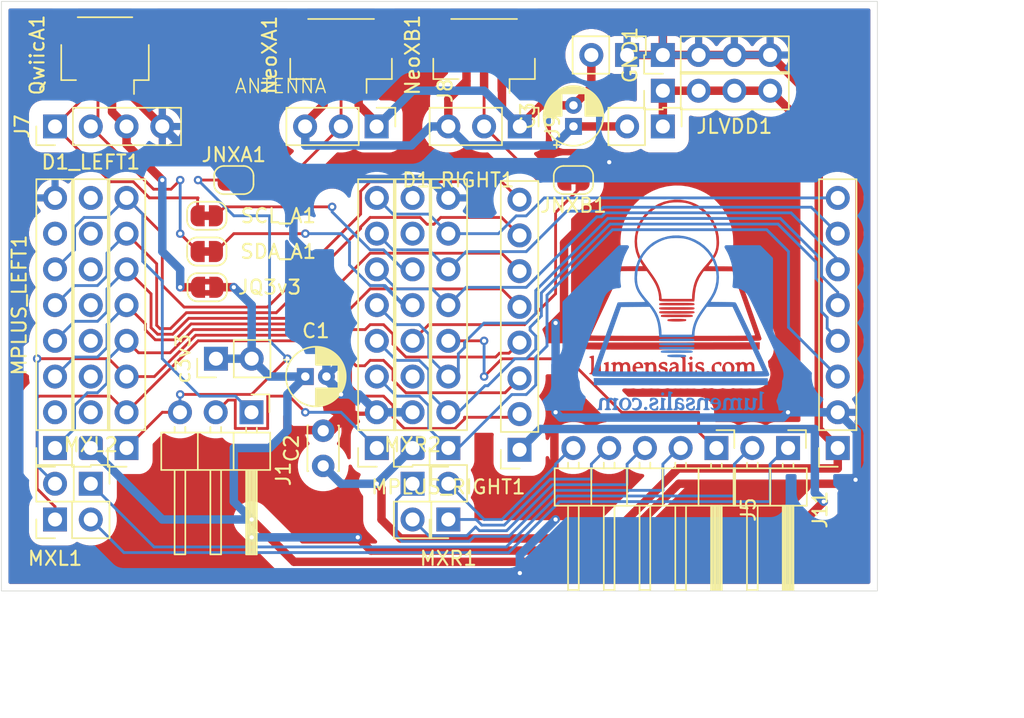
<source format=kicad_pcb>
(kicad_pcb (version 20241229) (generator "pcbnew") (generator_version "9.0")
  (layers (0 "F.Cu" signal) (2 "B.Cu" signal) (13 "F.Paste" user) (15 "B.Paste" user) (5 "F.SilkS" user "F.Silkscreen") (7 "B.SilkS" user "B.Silkscreen") (1 "F.Mask" user) (3 "B.Mask" user) (25 "Edge.Cuts" user))
  (net 0 "")
  (net 1 "D1M_D3")
  (net 2 "D1M_VDD")
  (net 3 "D1M_D1")
  (net 4 "D1M_D2")
  (net 5 "D1M_TX")
  (net 6 "D1M_GND")
  (net 7 "D1M_RX")
  (net 8 "D1M_D4")
  (net 9 "D1M_D5")
  (net 10 "D1M_A0")
  (net 11 "D1M_D7")
  (net 12 "D1M_RST")
  (net 13 "D1M_D8")
  (net 14 "D1M_D0")
  (net 15 "D1M_3V3")
  (net 16 "D1M_D6")
  (net 17 "NXA_DOUT")
  (net 18 "NXB_DOUT")
  (net 19 "QA_SCL")
  (net 20 "QA_SDA")
  (net 21 "LEDVIN")
  (net 22 "LEDGND")
  (net 23 "Qwiic3v3")
  (net 24 "D2M_D3")
  (net 25 "D2M_D1")
  (net 26 "D2M_D2")
  (net 27 "D2M_TX")
  (net 28 "D2M_RX")
  (net 29 "D2M_D4")
  (net 30 "D2M_D5")
  (net 31 "D2M_A0")
  (net 32 "D2M_D7")
  (net 33 "D2M_RST")
  (net 34 "D2M_D8")
  (net 35 "D2M_D0")
  (net 36 "D2M_D6")
  (net 37 "XTRAP5")
  (net 38 "XTRAP4")
  (net 39 "XTRAP6")
  (net 40 "XTRAP7")
  (net 41 "XTRAP2")
  (net 42 "XTRAP3")
  (net 43 "XTRAP1")
  (net 45 "XTRAP8")
  (net 46 "SMX2")
  (net 47 "SMX1")
  (footprint "Capacitor_THT:CP_Radial_D4.0mm_P1.50mm" (layer "F.Cu") (at 147.32 114.3)
    (property "Reference" "C1")
    (property "Value" "1000uF")
  )
  (footprint "Connector_PinSocket_2.54mm:PinSocket_1x08_P2.54mm_Vertical" (layer "F.Cu") (at 162.538777 119.506612 180)
    (property "Reference" "D1B_LEFT1" (hide yes))
    (property "Value" "Conn_01x08" (hide yes))
  )
  (footprint "Connector_PinSocket_2.54mm:PinSocket_1x08_P2.54mm_Vertical" (layer "F.Cu") (at 157.48 119.38 180)
    (property "Reference" "MPLUS_RIGHT1")
    (property "Value" "Conn_01x8" (hide yes))
  )
  (footprint "Jumper:SolderJumper-2_P1.3mm_Bridged_RoundedPad1.0x1.5mm" (layer "F.Cu") (at 166.37 100.33 180)
    (property "Reference" "JNXB1")
    (property "Value" "SolderJumper_2_Bridged" (hide yes))
  )
  (footprint "Lumensalis:LSLogo1" (layer "F.Cu") (at 173.712815 110.986028)
    (property "Reference" "G***" (hide yes))
    (property "Value" "LOGO" (hide yes))
  )
  (footprint "Connector_PinHeader_2.54mm:PinHeader_1x04_P2.54mm_Vertical" (layer "F.Cu") (at 172.72 91.44 90)
    (property "Reference" "GND1")
    (property "Value" "Conn_01x04_Pin" (hide yes))
  )
  (footprint "Connector_PinSocket_2.54mm:PinSocket_1x02_P2.54mm_Vertical" (layer "F.Cu") (at 157.48 124.46 180)
    (property "Reference" "MXR1")
    (property "Value" "Conn_01x02" (hide yes))
  )
  (footprint "Jumper:SolderJumper-2_P1.3mm_Bridged_RoundedPad1.0x1.5mm" (layer "F.Cu") (at 140.32 102.87 180)
    (property "Reference" "SCL_A1")
    (property "Value" "SolderJumper_2_Bridged" (hide yes))
  )
  (footprint "Connector_PinSocket_2.54mm:PinSocket_1x08_P2.54mm_Vertical" (layer "F.Cu") (at 132.08 119.38 180)
    (property "Reference" "D1_LEFT1")
    (property "Value" "Conn_01x08" (hide yes))
  )
  (footprint "Connector_JST:JST_GH_SM03B-GHS-TB_1x03-1MP_P1.25mm_Horizontal" (layer "F.Cu") (at 149.86 91.44 180)
    (property "Reference" "NeoXA1")
    (property "Value" "Conn_01x03_MountingPin" (hide yes))
  )
  (footprint "Connector_PinSocket_2.54mm:PinSocket_1x08_P2.54mm_Vertical" (layer "F.Cu") (at 129.54 119.38 180)
    (property "Reference" "MPLUS_LEFT1")
    (property "Value" "Conn_01x8" (hide yes))
  )
  (footprint "Connector_PinSocket_2.54mm:PinSocket_1x08_P2.54mm_Vertical" (layer "F.Cu") (at 185.144777 119.38 180)
    (property "Reference" "D1B_RIGHT1" (hide yes))
    (property "Value" "Conn_01x08" (hide yes))
  )
  (footprint "Connector_PinSocket_2.54mm:PinSocket_1x02_P2.54mm_Vertical" (layer "F.Cu") (at 132.08 121.92)
    (property "Reference" "MXL2")
    (property "Value" "Conn_01x02")
  )
  (footprint "Connector_PinHeader_2.54mm:PinHeader_1x03_P2.54mm_Vertical" (layer "F.Cu") (at 162.56 96.52 -90)
    (property "Reference" "J9")
    (property "Value" "Conn_01x03" (hide yes))
  )
  (footprint "Connector_PinHeader_2.54mm:PinHeader_1x02_P2.54mm_Vertical" (layer "F.Cu") (at 170.18 91.44 -90)
    (property "Reference" "JLGND1" (hide yes))
    (property "Value" "NPGND" (hide yes))
  )
  (footprint "Connector_PinHeader_2.54mm:PinHeader_1x04_P2.54mm_Vertical" (layer "F.Cu") (at 129.54 96.52 90)
    (property "Reference" "J7")
    (property "Value" "Conn_01x04" (hide yes))
  )
  (footprint "Connector_PinSocket_2.54mm:PinSocket_1x08_P2.54mm_Vertical" (layer "F.Cu") (at 154.94 119.38 180)
    (property "Reference" "D1_RIGHT1")
    (property "Value" "Conn_01x08" (hide yes))
  )
  (footprint "Capacitor_THT:CP_Radial_D4.0mm_P1.50mm" (layer "F.Cu") (at 166.37 96.52 90)
    (property "Reference" "C3")
    (property "Value" "1000uF")
  )
  (footprint "Jumper:SolderJumper-2_P1.3mm_Bridged2Bar_RoundedPad1.0x1.5mm" (layer "F.Cu") (at 140.35 107.95 180)
    (property "Reference" "JQ3v3")
    (property "Value" "SolderJumper_2_Bridged" (hide yes))
  )
  (footprint "Connector_PinSocket_2.54mm:PinSocket_1x08_P2.54mm_Vertical" (layer "F.Cu") (at 152.4 119.38 180)
    (property "Reference" "SMINI_RIGHT1" (hide yes))
    (property "Value" "Conn_01x08" (hide yes))
  )
  (footprint "Jumper:SolderJumper-2_P1.3mm_Bridged_RoundedPad1.0x1.5mm" (layer "F.Cu") (at 142.24 100.33)
    (property "Reference" "JNXA1")
    (property "Value" "SolderJumper_2_Bridged" (hide yes))
  )
  (footprint "Connector_PinHeader_2.54mm:PinHeader_1x05_P2.54mm_Horizontal" (layer "F.Cu") (at 176.525 119.38 -90)
    (property "Reference" "J5")
    (property "Value" "Conn_01x04_Pin")
  )
  (footprint "Capacitor_THT:C_Disc_D3.0mm_W2.0mm_P2.50mm" (layer "F.Cu") (at 148.59 120.65 90)
    (property "Reference" "C2")
    (property "Value" "2.2uF")
  )
  (footprint "Connector_PinHeader_2.54mm:PinHeader_1x02_P2.54mm_Vertical" (layer "F.Cu") (at 172.72 96.52 -90)
    (property "Reference" "JLVDD1")
    (property "Value" "NPV+" (hide yes))
  )
  (footprint "Connector_PinHeader_2.54mm:PinHeader_1x02_P2.54mm_Vertical" (layer "F.Cu") (at 140.97 113.03 90)
    (property "Reference" "c3v3")
    (property "Value" "Conn_01x04_Pin" (hide yes))
  )
  (footprint "Jumper:SolderJumper-2_P1.3mm_Bridged_RoundedPad1.0x1.5mm" (layer "F.Cu") (at 140.32 105.41 180)
    (property "Reference" "SDA_A1")
    (property "Value" "SolderJumper_2_Bridged" (hide yes))
  )
  (footprint "Connector_PinHeader_2.54mm:PinHeader_1x02_P2.54mm_Horizontal" (layer "F.Cu") (at 181.615 119.38 -90)
    (property "Reference" "J11")
    (property "Value" "Conn_01x02")
  )
  (footprint "Connector_JST:JST_SH_SM04B-SRSS-TB_1x04-1MP_P1.00mm_Horizontal" (layer "F.Cu") (at 133.09 91.44 180)
    (property "Reference" "QwiicA1")
    (property "Value" "Conn_01x04_MountingPin" (hide yes))
  )
  (footprint "Connector_PinSocket_2.54mm:PinSocket_1x08_P2.54mm_Vertical" (layer "F.Cu") (at 134.62 119.38 180)
    (property "Reference" "SMINI_LEFT1" (hide yes))
    (property "Value" "Conn_01x08" (hide yes))
  )
  (footprint "Connector_PinHeader_2.54mm:PinHeader_1x03_P2.54mm_Vertical" (layer "F.Cu") (at 152.385 96.52 -90)
    (property "Reference" "J8")
    (property "Value" "Conn_01x03" (hide yes))
  )
  (footprint "Connector_PinSocket_2.54mm:PinSocket_1x02_P2.54mm_Vertical" (layer "F.Cu") (at 129.54 124.46 180)
    (property "Reference" "MXL1")
    (property "Value" "Conn_01x02" (hide yes))
  )
  (footprint "Connector_PinSocket_2.54mm:PinSocket_1x02_P2.54mm_Vertical" (layer "F.Cu") (at 154.94 121.92)
    (property "Reference" "MXR2")
    (property "Value" "Conn_01x02" (hide yes))
  )
  (footprint "Connector_JST:JST_GH_SM03B-GHS-TB_1x03-1MP_P1.25mm_Horizontal" (layer "F.Cu") (at 160.02 91.44 180)
    (property "Reference" "NeoXB1")
    (property "Value" "Conn_01x03_MountingPin" (hide yes))
  )
  (footprint "Connector_PinHeader_2.54mm:PinHeader_1x03_P2.54mm_Horizontal" (layer "F.Cu") (at 143.495 116.84 -90)
    (property "Reference" "J1")
    (property "Value" "Conn_01x03")
  )
  (footprint "Connector_PinHeader_2.54mm:PinHeader_1x04_P2.54mm_Vertical" (layer "F.Cu") (at 172.72 93.98 90)
    (property "Reference" "5V1" (hide yes))
    (property "Value" "Conn_01x04_Pin" (hide yes))
  )
  (footprint "Lumensalis:LSLogo1" (layer "B.Cu") (at 173.705543 113.526028 180)
    (property "Reference" "G***" (hide yes))
    (property "Value" "LOGO" (hide yes))
  )
  (gr_rect (start 125.73 87.63) (end 187.96 129.54) (stroke (width 0.05)) (fill no) (layer "Edge.Cuts"))
  (gr_text "ANTENNA\n" (at 142.24 94.238172 0) (layer "F.SilkS") (effects (font (size 1 1) (thickness 0.1)) (justify left bottom)))
  (segment (start 156.091 110.609) (end 162.904149 110.609) (width 0.2) (layer "F.Cu") (net 1))
  (segment (start 162.904149 110.609) (end 165.1 108.413149) (width 0.2) (layer "F.Cu") (net 1))
  (segment (start 165.1 102.632752) (end 167.02 100.712752) (width 0.2) (layer "F.Cu") (net 1))
  (segment (start 165.1 108.413149) (end 165.1 102.632752) (width 0.2) (layer "F.Cu") (net 1))
  (segment (start 154.94 111.76) (end 156.091 110.609) (width 0.2) (layer "F.Cu") (net 1))
  (segment (start 168.829 125.811) (end 173.81 120.83) (width 0.6) (layer "F.Cu") (net 2))
  (segment (start 152.730637 122.250637) (end 152.730637 124.46) (width 0.6) (layer "F.Cu") (net 2))
  (segment (start 152.4 121.92) (end 152.730637 122.250637) (width 0.6) (layer "F.Cu") (net 2))
  (segment (start 185.144777 119.38) (end 183.793777 118.029) (width 0.6) (layer "F.Cu") (net 2))
  (segment (start 154.081637 125.811) (end 168.829 125.811) (width 0.6) (layer "F.Cu") (net 2))
  (segment (start 185.144777 120.83) (end 185.144777 119.38) (width 0.6) (layer "F.Cu") (net 2))
  (segment (start 173.81 120.83) (end 185.144777 120.83) (width 0.6) (layer "F.Cu") (net 2))
  (segment (start 183.793777 118.029) (end 183.793777 97.433777) (width 0.6) (layer "F.Cu") (net 2))
  (segment (start 183.793777 97.433777) (end 180.34 93.98) (width 0.6) (layer "F.Cu") (net 2))
  (segment (start 177.8 93.98) (end 180.34 93.98) (width 0.6) (layer "F.Cu") (net 2))
  (segment (start 175.26 93.98) (end 177.8 93.98) (width 0.6) (layer "F.Cu") (net 2))
  (segment (start 172.72 96.52) (end 172.72 93.98) (width 0.6) (layer "F.Cu") (net 2))
  (segment (start 152.730637 124.46) (end 154.081637 125.811) (width 0.6) (layer "F.Cu") (net 2))
  (segment (start 172.72 93.98) (end 175.26 93.98) (width 0.6) (layer "F.Cu") (net 2))
  (via (at 152.4 121.92) (size 0.6) (drill 0.3) (layers "F.Cu" "B.Cu") (net 2))
  (segment (start 149.86 121.92) (end 152.4 121.92) (width 0.6) (layer "B.Cu") (net 2))
  (segment (start 148.59 120.65) (end 149.86 121.92) (width 0.6) (layer "B.Cu") (net 2))
  (segment (start 154.94 119.38) (end 152.4 121.92) (width 0.6) (layer "B.Cu") (net 2))
  (segment (start 140.97 102.87) (end 141.605 102.235) (width 0.2) (layer "F.Cu") (net 3))
  (segment (start 141.605 102.235) (end 149.225 102.235) (width 0.2) (layer "F.Cu") (net 3))
  (via (at 149.225 102.235) (size 0.6) (drill 0.3) (layers "F.Cu" "B.Cu") (net 3))
  (segment (start 154.26576 106.68) (end 152.87676 105.291) (width 0.2) (layer "B.Cu") (net 3))
  (segment (start 151.92324 105.291) (end 149.225 102.59276) (width 0.2) (layer "B.Cu") (net 3))
  (segment (start 149.225 102.59276) (end 149.225 102.235) (width 0.2) (layer "B.Cu") (net 3))
  (segment (start 152.87676 105.291) (end 151.92324 105.291) (width 0.2) (layer "B.Cu") (net 3))
  (segment (start 142.24 104.14) (end 147.319999 104.140001) (width 0.2) (layer "F.Cu") (net 4))
  (segment (start 140.97 105.41) (end 142.24 104.14) (width 0.2) (layer "F.Cu") (net 4))
  (via (at 147.319999 104.140001) (size 0.6) (drill 0.3) (layers "F.Cu" "B.Cu") (net 4))
  (segment (start 152.87676 107.831) (end 151.92324 107.831) (width 0.2) (layer "B.Cu") (net 4))
  (segment (start 151.92324 107.831) (end 150.46 106.36776) (width 0.2) (layer "B.Cu") (net 4))
  (segment (start 150.46 106.36776) (end 150.46 104.74) (width 0.2) (layer "B.Cu") (net 4))
  (segment (start 152.9839 107.831) (end 154.3729 109.22) (width 0.2) (layer "B.Cu") (net 4))
  (segment (start 149.860001 104.140001) (end 147.319999 104.140001) (width 0.2) (layer "B.Cu") (net 4))
  (segment (start 151.92324 107.831) (end 152.9839 107.831) (width 0.2) (layer "B.Cu") (net 4))
  (segment (start 150.46 104.74) (end 149.860001 104.140001) (width 0.2) (layer "B.Cu") (net 4))
  (segment (start 154.26576 109.22) (end 152.87676 107.831) (width 0.2) (layer "B.Cu") (net 4))
  (segment (start 165.014 124.374) (end 165.014 116.926) (width 0.6) (layer "F.Cu") (net 6))
  (segment (start 143.51 128.27) (end 143.51 125.73) (width 0.6) (layer "F.Cu") (net 6))
  (segment (start 165.1 110.49) (end 165.7 109.89) (width 0.6) (layer "F.Cu") (net 6))
  (segment (start 149.225 118.11) (end 150.576 116.759) (width 0.6) (layer "F.Cu") (net 6))
  (segment (start 173.85137 121.92) (end 186.128357 121.92) (width 0.6) (layer "F.Cu") (net 6))
  (segment (start 165.7 109.89) (end 165.7 104.81) (width 0.6) (layer "F.Cu") (net 6))
  (segment (start 172.72 91.44) (end 175.26 91.44) (width 0.6) (layer "F.Cu") (net 6))
  (segment (start 170.18 100.33) (end 168.91 99.06) (width 0.6) (layer "F.Cu") (net 6))
  (segment (start 135.89 92.14) (end 134.59 93.44) (width 0.6) (layer "F.Cu") (net 6))
  (segment (start 186.69 97.79) (end 186.69 124.46) (width 0.6) (layer "F.Cu") (net 6))
  (segment (start 130.29 89.565) (end 135.89 89.565) (width 0.6) (layer "F.Cu") (net 6))
  (segment (start 163.12 90.09) (end 164.31 88.9) (width 0.6) (layer "F.Cu") (net 6))
  (segment (start 165.7 104.81) (end 170.18 100.33) (width 0.6) (layer "F.Cu") (net 6))
  (segment (start 150.576 116.286) (end 149.86 115.57) (width 0.6) (layer "F.Cu") (net 6))
  (segment (start 146.05 123.21025) (end 146.05 118.11) (width 0.6) (layer "F.Cu") (net 6))
  (segment (start 135.89 89.565) (end 146.235 89.565) (width 0.6) (layer "F.Cu") (net 6))
  (segment (start 146.235 89.565) (end 146.76 90.09) (width 0.6) (layer "F.Cu") (net 6))
  (segment (start 186.69 124.46) (end 182.88 128.27) (width 0.6) (layer "F.Cu") (net 6))
  (segment (start 151.049 125.73) (end 148.56975 125.73) (width 0.6) (layer "F.Cu") (net 6))
  (segment (start 165.014 116.926) (end 165.1 116.84) (width 0.6) (layer "F.Cu") (net 6))
  (segment (start 146.76 90.09) (end 152.96 90.09) (width 0.6) (layer "F.Cu") (net 6))
  (segment (start 186.128357 121.92) (end 186.409178 121.639178) (width 0.6) (layer "F.Cu") (net 6))
  (segment (start 169.10137 126.67) (end 173.85137 121.92) (width 0.6) (layer "F.Cu") (net 6))
  (segment (start 152.96 90.09) (end 156.92 90.09) (width 0.6) (layer "F.Cu") (net 6))
  (segment (start 134.62 93.49) (end 134.62 93.98) (width 0.6) (layer "F.Cu") (net 6))
  (segment (start 181.61 101.6) (end 179.07 99.06) (width 0.6) (layer "F.Cu") (net 6))
  (segment (start 165.1 124.46) (end 165.014 124.374) (width 0.6) (layer "F.Cu") (net 6))
  (segment (start 150.576 116.759) (end 150.576 116.286) (width 0.6) (layer "F.Cu") (net 6))
  (segment (start 181.61 116.84) (end 181.61 101.6) (width 0.6) (layer "F.Cu") (net 6))
  (segment (start 164.31 88.9) (end 172.72 88.9) (width 0.6) (layer "F.Cu") (net 6))
  (segment (start 179.07 99.06) (end 168.91 99.06) (width 0.6) (layer "F.Cu") (net 6))
  (segment (start 172.72 91.44) (end 170.18 91.44) (width 0.6) (layer "F.Cu") (net 6))
  (segment (start 151.049 125.73) (end 151.989 126.67) (width 0.6) (layer "F.Cu") (net 6))
  (segment (start 180.34 91.44) (end 186.69 97.79) (width 0.6) (layer "F.Cu") (net 6))
  (segment (start 146.05 118.11) (end 149.225 118.11) (width 0.6) (layer "F.Cu") (net 6))
  (segment (start 148.56975 125.73) (end 146.05 123.21025) (width 0.6) (layer "F.Cu") (net 6))
  (segment (start 172.72 88.9) (end 172.72 91.44) (width 0.6) (layer "F.Cu") (net 6))
  (segment (start 177.8 91.44) (end 180.34 91.44) (width 0.6) (layer "F.Cu") (net 6))
  (segment (start 151.989 126.67) (end 169.10137 126.67) (width 0.6) (layer "F.Cu") (net 6))
  (segment (start 135.89 89.565) (end 135.89 92.14) (width 0.6) (layer "F.Cu") (net 6))
  (segment (start 134.62 93.98) (end 137.16 96.52) (width 0.6) (layer "F.Cu") (net 6))
  (segment (start 175.26 91.44) (end 177.8 91.44) (width 0.6) (layer "F.Cu") (net 6))
  (segment (start 182.88 128.27) (end 143.51 128.27) (width 0.6) (layer "F.Cu") (net 6))
  (via (at 186.409178 121.639178) (size 0.6) (drill 0.3) (layers "F.Cu" "B.Cu") (net 6))
  (via (at 165.1 124.46) (size 0.6) (drill 0.3) (layers "F.Cu" "B.Cu") (net 6))
  (via (at 165.1 110.49) (size 0.6) (drill 0.3) (layers "F.Cu" "B.Cu") (net 6))
  (via (at 143.509998 125.73) (size 0.6) (drill 0.3) (layers "F.Cu" "B.Cu") (net 6))
  (via (at 168.91 99.06) (size 0.6) (drill 0.3) (layers "F.Cu" "B.Cu") (net 6))
  (via (at 149.86 115.57) (size 0.6) (drill 0.3) (layers "F.Cu" "B.Cu") (net 6))
  (via (at 162.56 128.27) (size 0.6) (drill 0.3) (layers "F.Cu" "B.Cu") (net 6))
  (via (at 181.61 116.84) (size 0.6) (drill 0.3) (layers "F.Cu" "B.Cu") (net 6))
  (via (at 151.049 125.73) (size 0.6) (drill 0.3) (layers "F.Cu" "B.Cu") (net 6))
  (via (at 165.1 116.84) (size 0.6) (drill 0.3) (layers "F.Cu" "B.Cu") (net 6))
  (segment (start 162.56 128.27) (end 127 128.27) (width 0.6) (layer "B.Cu") (net 6))
  (segment (start 165.1 116.84) (end 165.1 110.49) (width 0.6) (layer "B.Cu") (net 6))
  (segment (start 148.82 114.53) (end 149.86 115.57) (width 0.6) (layer "B.Cu") (net 6))
  (segment (start 162.56 127) (end 165.1 124.46) (width 0.6) (layer "B.Cu") (net 6))
  (segment (start 185.42 127) (end 185.42 122.628356) (width 0.6) (layer "B.Cu") (net 6))
  (segment (start 144.78 100.33) (end 146.469999 102.019999) (width 0.6) (layer "B.Cu") (net 6))
  (segment (start 185.144777 116.84) (end 181.61 116.84) (width 0.6) (layer "B.Cu") (net 6))
  (segment (start 156.129 100.249) (end 144.861 100.249) (width 0.6) (layer "B.Cu") (net 6))
  (segment (start 127 128.27) (end 127 99.06) (width 0.6) (layer "B.Cu") (net 6))
  (segment (start 184.15 128.27) (end 185.42 127) (width 0.6) (layer "B.Cu") (net 6))
  (segment (start 154.94 116.84) (end 152.4 116.84) (width 0.6) (layer "B.Cu") (net 6))
  (segment (start 181.61 116.84) (end 181.234008 117.215992) (width 0.6) (layer "B.Cu") (net 6))
  (segment (start 151.13 115.57) (end 149.86 115.57) (width 0.6) (layer "B.Cu") (net 6))
  (segment (start 151.049 125.73) (end 143.509998 125.73) (width 0.6) (layer "B.Cu") (net 6))
  (segment (start 168.91 99.06) (end 157.318 99.06) (width 0.6) (layer "B.Cu") (net 6))
  (segment (start 165.475992 117.215992) (end 165.1 116.84) (width 0.6) (layer "B.Cu") (net 6))
  (segment (start 148.82 106.842084) (end 148.82 114.53) (width 0.6) (layer "B.Cu") (net 6))
  (segment (start 144.861 100.249) (end 144.78 100.33) (width 0.6) (layer "B.Cu") (net 6))
  (segment (start 127 99.06) (end 143.51 99.06) (width 0.6) (layer "B.Cu") (net 6))
  (segment (start 157.318 99.06) (end 156.129 100.249) (width 0.6) (layer "B.Cu") (net 6))
  (segment (start 162.56 128.27) (end 184.15 128.27) (width 0.6) (layer "B.Cu") (net 6))
  (segment (start 186.495777 121.552579) (end 186.409178 121.639178) (width 0.6) (layer "B.Cu") (net 6))
  (segment (start 185.144777 116.84) (end 186.495777 118.191) (width 0.6) (layer "B.Cu") (net 6))
  (segment (start 181.234008 117.215992) (end 165.475992 117.215992) (width 0.6) (layer "B.Cu") (net 6))
  (segment (start 146.469999 104.492083) (end 148.82 106.842084) (width 0.6) (layer "B.Cu") (net 6))
  (segment (start 143.51 99.06) (end 144.78 100.33) (width 0.6) (layer "B.Cu") (net 6))
  (segment (start 152.4 116.84) (end 151.13 115.57) (width 0.6) (layer "B.Cu") (net 6))
  (segment (start 146.469999 102.019999) (end 146.469999 104.492083) (width 0.6) (layer "B.Cu") (net 6))
  (segment (start 157.48 101.6) (end 156.129 100.249) (width 0.6) (layer "B.Cu") (net 6))
  (segment (start 162.56 128.27) (end 162.56 127) (width 0.6) (layer "B.Cu") (net 6))
  (segment (start 185.42 122.628356) (end 186.409178 121.639178) (width 0.6) (layer "B.Cu") (net 6))
  (segment (start 137.16 96.52) (end 139.441828 98.801828) (width 0.6) (layer "B.Cu") (net 6))
  (segment (start 186.495777 118.191) (end 186.495777 121.552579) (width 0.6) (layer "B.Cu") (net 6))
  (segment (start 141 107.95) (end 142.24 107.95) (width 0.6) (layer "F.Cu") (net 15))
  (segment (start 179.87 127.47) (end 184.15 123.19) (width 0.6) (layer "F.Cu") (net 15))
  (segment (start 146.52 127.47) (end 179.87 127.47) (width 0.6) (layer "F.Cu") (net 15))
  (segment (start 143.51 124.46) (end 146.52 127.47) (width 0.6) (layer "F.Cu") (net 15))
  (via (at 142.24 107.95) (size 0.6) (drill 0.3) (layers "F.Cu" "B.Cu") (net 15))
  (via (at 184.15 123.19) (size 0.6) (drill 0.3) (layers "F.Cu" "B.Cu") (net 15))
  (via (at 143.51 124.46) (size 0.6) (drill 0.3) (layers "F.Cu" "B.Cu") (net 15))
  (segment (start 183.518554 122.558554) (end 184.15 123.19) (width 0.6) (layer "B.Cu") (net 15))
  (segment (start 146.05 118.11) (end 144.78 119.38) (width 0.6) (layer "B.Cu") (net 15))
  (segment (start 162.538777 119.506612) (end 164.016389 118.029) (width 0.6) (layer "B.Cu") (net 15))
  (segment (start 142.24 123.19) (end 143.51 124.46) (width 0.6) (layer "B.Cu") (net 15))
  (segment (start 147.32 114.3) (end 146.05 115.57) (width 0.6) (layer "B.Cu") (net 15))
  (segment (start 143.51 113.03) (end 140.97 113.03) (width 0.6) (layer "B.Cu") (net 15))
  (segment (start 146.05 115.57) (end 146.05 118.11) (width 0.6) (layer "B.Cu") (net 15))
  (segment (start 132.08 119.38) (end 137.16 124.46) (width 0.6) (layer "B.Cu") (net 15))
  (segment (start 183.518554 118.029) (end 183.518554 122.558554) (width 0.6) (layer "B.Cu") (net 15))
  (segment (start 142.24 119.38) (end 142.24 123.19) (width 0.6) (layer "B.Cu") (net 15))
  (segment (start 164.016389 118.029) (end 183.518554 118.029) (width 0.6) (layer "B.Cu") (net 15))
  (segment (start 144.78 119.38) (end 142.24 119.38) (width 0.6) (layer "B.Cu") (net 15))
  (segment (start 143.51 109.22) (end 142.24 107.95) (width 0.6) (layer "B.Cu") (net 15))
  (segment (start 144.78 114.3) (end 143.51 113.03) (width 0.6) (layer "B.Cu") (net 15))
  (segment (start 147.32 114.3) (end 144.78 114.3) (width 0.6) (layer "B.Cu") (net 15))
  (segment (start 143.51 113.03) (end 143.51 109.22) (width 0.6) (layer "B.Cu") (net 15))
  (segment (start 137.16 124.46) (end 143.51 124.46) (width 0.6) (layer "B.Cu") (net 15))
  (segment (start 142.89 100.33) (end 146.05 100.33) (width 0.2) (layer "F.Cu") (net 17))
  (segment (start 146.05 100.33) (end 149.86 96.52) (width 0.2) (layer "F.Cu") (net 17))
  (segment (start 149.86 93.29) (end 149.86 96.276828) (width 0.2) (layer "F.Cu") (net 17))
  (segment (start 160.02 96.52) (end 163.83 100.33) (width 0.2) (layer "F.Cu") (net 18))
  (segment (start 163.83 100.33) (end 165.72 100.33) (width 0.2) (layer "F.Cu") (net 18))
  (segment (start 160.02 93.29) (end 160.02 96.52) (width 0.2) (layer "F.Cu") (net 18))
  (segment (start 131.59 94.47) (end 129.54 96.52) (width 0.2) (layer "F.Cu") (net 19))
  (segment (start 139.67 102.87) (end 139.67 101.63) (width 0.2) (layer "F.Cu") (net 19))
  (segment (start 133.469 100.449) (end 135.09676 100.449) (width 0.2) (layer "F.Cu") (net 19))
  (segment (start 131.59 93.44) (end 131.59 94.47) (width 0.2) (layer "F.Cu") (net 19))
  (segment (start 139.67 101.63) (end 139.7 101.6) (width 0.2) (layer "F.Cu") (net 19))
  (segment (start 129.54 96.52) (end 133.469 100.449) (width 0.2) (layer "F.Cu") (net 19))
  (segment (start 136.24776 101.6) (end 139.7 101.6) (width 0.2) (layer "F.Cu") (net 19))
  (segment (start 135.09676 100.449) (end 136.24776 101.6) (width 0.2) (layer "F.Cu") (net 19))
  (segment (start 136.54 100.98) (end 137.781686 100.98) (width 0.2) (layer "F.Cu") (net 20))
  (segment (start 132.08 96.52) (end 136.54 100.98) (width 0.2) (layer "F.Cu") (net 20))
  (segment (start 132.59 93.44) (end 132.59 96.01) (width 0.2) (layer "F.Cu") (net 20))
  (segment (start 137.781686 100.98) (end 138.430843 100.330843) (width 0.2) (layer "F.Cu") (net 20))
  (segment (start 139.67 105.38) (end 138.43 104.14) (width 0.2) (layer "F.Cu") (net 20))
  (via (at 138.43 104.14) (size 0.6) (drill 0.3) (layers "F.Cu" "B.Cu") (net 20))
  (via (at 138.430843 100.330843) (size 0.6) (drill 0.3) (layers "F.Cu" "B.Cu") (net 20))
  (segment (start 138.43 104.14) (end 138.43 100.331686) (width 0.2) (layer "B.Cu") (net 20))
  (segment (start 138.43 100.331686) (end 138.430843 100.330843) (width 0.2) (layer "B.Cu") (net 20))
  (segment (start 148.61 93.29) (end 148.61 94.986828) (width 0.6) (layer "F.Cu") (net 21))
  (segment (start 148.61 94.986828) (end 147.32 96.276828) (width 0.6) (layer "F.Cu") (net 21))
  (segment (start 157.48 94.58) (end 158.77 93.29) (width 0.6) (layer "F.Cu") (net 21))
  (segment (start 166.37 96.52) (end 170.18 96.52) (width 0.6) (layer "F.Cu") (net 21))
  (segment (start 157.48 96.52) (end 157.48 94.58) (width 0.6) (layer "F.Cu") (net 21))
  (segment (start 154.859 97.871) (end 156.21 96.52) (width 0.6) (layer "B.Cu") (net 21))
  (segment (start 156.21 96.52) (end 157.48 96.52) (width 0.6) (layer "B.Cu") (net 21))
  (segment (start 147.32 96.52) (end 147.32 97.871) (width 0.6) (layer "B.Cu") (net 21))
  (segment (start 165.019 97.871) (end 166.37 96.52) (width 0.6) (layer "B.Cu") (net 21))
  (segment (start 158.831 97.871) (end 165.019 97.871) (width 0.6) (layer "B.Cu") (net 21))
  (segment (start 157.48 96.52) (end 158.831 97.871) (width 0.6) (layer "B.Cu") (net 21))
  (segment (start 147.32 97.871) (end 154.859 97.871) (width 0.6) (layer "B.Cu") (net 21))
  (segment (start 151.11 93.29) (end 151.11 94.986828) (width 0.6) (layer "F.Cu") (net 22))
  (segment (start 162.56 96.52) (end 164.06 95.02) (width 0.6) (layer "F.Cu") (net 22))
  (segment (start 164.06 95.02) (end 166.37 95.02) (width 0.6) (layer "F.Cu") (net 22))
  (segment (start 167.64 93.75) (end 167.64 91.44) (width 0.6) (layer "F.Cu") (net 22))
  (segment (start 151.11 94.986828) (end 152.4 96.276828) (width 0.6) (layer "F.Cu") (net 22))
  (segment (start 161.29 95.25) (end 162.56 96.52) (width 0.6) (layer "F.Cu") (net 22))
  (segment (start 161.27 93.29) (end 161.29 93.31) (width 0.6) (layer "F.Cu") (net 22))
  (segment (start 166.37 95.02) (end 167.64 93.75) (width 0.6) (layer "F.Cu") (net 22))
  (segment (start 161.29 93.31) (end 161.29 95.25) (width 0.6) (layer "F.Cu") (net 22))
  (segment (start 152.4 96.52) (end 154.94 93.98) (width 0.6) (layer "B.Cu") (net 22))
  (segment (start 154.94 93.98) (end 160.02 93.98) (width 0.6) (layer "B.Cu") (net 22))
  (segment (start 160.02 93.98) (end 162.56 96.52) (width 0.6) (layer "B.Cu") (net 22))
  (segment (start 134.62 96.52) (end 134.62 97.79) (width 0.6) (layer "F.Cu") (net 23))
  (segment (start 133.59 95.49) (end 134.62 96.52) (width 0.6) (layer "F.Cu") (net 23))
  (segment (start 134.62 97.79) (end 137.16 100.33) (width 0.6) (layer "F.Cu") (net 23))
  (segment (start 139.7 107.95) (end 138.43 107.95) (width 0.6) (layer "F.Cu") (net 23))
  (segment (start 133.59 93.44) (end 133.59 95.49) (width 0.6) (layer "F.Cu") (net 23))
  (via (at 137.16 100.33) (size 0.6) (drill 0.3) (layers "F.Cu" "B.Cu") (net 23))
  (via (at 138.43 107.95) (size 0.6) (drill 0.3) (layers "F.Cu" "B.Cu") (net 23))
  (segment (start 137.16 100.33) (end 137.16 105.41) (width 0.6) (layer "B.Cu") (net 23))
  (segment (start 138.43 106.68) (end 137.16 105.41) (width 0.6) (layer "B.Cu") (net 23))
  (segment (start 138.43 107.95) (end 138.43 106.68) (width 0.6) (layer "B.Cu") (net 23))
  (segment (start 180.900253 103.45985) (end 183.593777 106.153374) (width 0.2) (layer "B.Cu") (net 24))
  (segment (start 183.593777 106.153374) (end 183.593777 107.322446) (width 0.2) (layer "B.Cu") (net 24))
  (segment (start 160.078357 114.95) (end 160.289239 114.95) (width 0.2) (layer "B.Cu") (net 24))
  (segment (start 184.393777 110.096761) (end 184.393777 110.865482) (width 0.2) (layer "B.Cu") (net 24))
  (segment (start 152.4 111.76) (end 153.789 113.149) (width 0.2) (layer "B.Cu") (net 24))
  (segment (start 184.393777 110.865482) (end 185.144777 111.616482) (width 0.2) (layer "B.Cu") (net 24))
  (segment (start 160.289239 114.95) (end 162.201627 113.037612) (width 0.2) (layer "B.Cu") (net 24))
  (segment (start 163.289777 111.009852) (end 163.289777 110.790471) (width 0.2) (layer "B.Cu") (net 24))
  (segment (start 163.015537 113.037612) (end 163.689777 112.363372) (width 0.2) (layer "B.Cu") (net 24))
  (segment (start 163.689777 112.363372) (end 163.689777 111.409852) (width 0.2) (layer "B.Cu") (net 24))
  (segment (start 158.188357 116.84) (end 160.078357 114.95) (width 0.2) (layer "B.Cu") (net 24))
  (segment (start 163.289777 110.790471) (end 164.089777 109.990472) (width 0.2) (layer "B.Cu") (net 24))
  (segment (start 156.091 113.82324) (end 156.091 115.451) (width 0.2) (layer "B.Cu") (net 24))
  (segment (start 164.089777 109.990472) (end 164.089777 108.349508) (width 0.2) (layer "B.Cu") (net 24))
  (segment (start 183.593777 107.322446) (end 183.993777 107.722446) (width 0.2) (layer "B.Cu") (net 24))
  (segment (start 156.091 115.451) (end 157.48 116.84) (width 0.2) (layer "B.Cu") (net 24))
  (segment (start 162.201627 113.037612) (end 163.015537 113.037612) (width 0.2) (layer "B.Cu") (net 24))
  (segment (start 183.993777 107.722446) (end 183.993777 109.69676) (width 0.2) (layer "B.Cu") (net 24))
  (segment (start 183.993777 109.69676) (end 184.393777 110.096761) (width 0.2) (layer "B.Cu") (net 24))
  (segment (start 155.41676 113.149) (end 156.091 113.82324) (width 0.2) (layer "B.Cu") (net 24))
  (segment (start 163.689777 111.409852) (end 163.289777 111.009852) (width 0.2) (layer "B.Cu") (net 24))
  (segment (start 164.089777 108.349508) (end 168.979436 103.45985) (width 0.2) (layer "B.Cu") (net 24))
  (segment (start 153.789 113.149) (end 155.41676 113.149) (width 0.2) (layer "B.Cu") (net 24))
  (segment (start 168.979436 103.45985) (end 180.900253 103.45985) (width 0.2) (layer "B.Cu") (net 24))
  (segment (start 158.742388 107.957612) (end 157.48 109.22) (width 0.2) (layer "B.Cu") (net 25))
  (segment (start 168.033149 102.94) (end 163.015537 107.957612) (width 0.2) (layer "B.Cu") (net 25))
  (segment (start 156.329 108.069) (end 157.48 109.22) (width 0.2) (layer "B.Cu") (net 25))
  (segment (start 185.144777 105.977721) (end 181.826906 102.65985) (width 0.2) (layer "B.Cu") (net 25))
  (segment (start 152.4 106.68) (end 153.789 108.069) (width 0.2) (layer "B.Cu") (net 25))
  (segment (start 168.648065 102.65985) (end 168.367915 102.94) (width 0.2) (layer "B.Cu") (net 25))
  (segment (start 163.015537 107.957612) (end 158.742388 107.957612) (width 0.2) (layer "B.Cu") (net 25))
  (segment (start 168.367915 102.94) (end 168.033149 102.94) (width 0.2) (layer "B.Cu") (net 25))
  (segment (start 153.789 108.069) (end 156.329 108.069) (width 0.2) (layer "B.Cu") (net 25))
  (segment (start 181.826906 102.65985) (end 168.648065 102.65985) (width 0.2) (layer "B.Cu") (net 25))
  (segment (start 160.012388 110.497612) (end 163.015536 110.497612) (width 0.2) (layer "B.Cu") (net 26))
  (segment (start 183.993777 107.15676) (end 185.144777 108.30776) (width 0.2) (layer "B.Cu") (net 26))
  (segment (start 155.41676 110.609) (end 156.091 111.28324) (width 0.2) (layer "B.Cu") (net 26))
  (segment (start 163.689777 109.823372) (end 163.689777 108.183822) (width 0.2) (layer "B.Cu") (net 26))
  (segment (start 181.065938 103.05985) (end 183.993777 105.987689) (width 0.2) (layer "B.Cu") (net 26))
  (segment (start 168.813751 103.05985) (end 181.065938 103.05985) (width 0.2) (layer "B.Cu") (net 26))
  (segment (start 158.631 112.23676) (end 158.631 111.879) (width 0.2) (layer "B.Cu") (net 26))
  (segment (start 158.188357 112.679403) (end 158.631 112.23676) (width 0.2) (layer "B.Cu") (net 26))
  (segment (start 156.091 111.28324) (end 156.091 112.911) (width 0.2) (layer "B.Cu") (net 26))
  (segment (start 163.015536 110.497612) (end 163.689777 109.823372) (width 0.2) (layer "B.Cu") (net 26))
  (segment (start 156.091 112.911) (end 157.48 114.3) (width 0.2) (layer "B.Cu") (net 26))
  (segment (start 183.993777 105.987689) (end 183.993777 107.15676) (width 0.2) (layer "B.Cu") (net 26))
  (segment (start 185.144777 108.30776) (end 185.144777 109.22) (width 0.2) (layer "B.Cu") (net 26))
  (segment (start 153.789 110.609) (end 155.41676 110.609) (width 0.2) (layer "B.Cu") (net 26))
  (segment (start 163.689777 108.183822) (end 168.813751 103.05985) (width 0.2) (layer "B.Cu") (net 26))
  (segment (start 158.188357 114.3) (end 158.188357 112.679403) (width 0.2) (layer "B.Cu") (net 26))
  (segment (start 152.4 109.22) (end 153.789 110.609) (width 0.2) (layer "B.Cu") (net 26))
  (segment (start 158.631 111.879) (end 160.012388 110.497612) (width 0.2) (layer "B.Cu") (net 26))
  (segment (start 162.300017 102.877612) (end 161.037629 104.14) (width 0.2) (layer "B.Cu") (net 27))
  (segment (start 152.4 101.6) (end 153.551 102.751) (width 0.2) (layer "B.Cu") (net 27))
  (segment (start 161.037629 104.14) (end 158.188357 104.14) (width 0.2) (layer "B.Cu") (net 27))
  (segment (start 163.015537 102.877612) (end 162.300017 102.877612) (width 0.2) (layer "B.Cu") (net 27))
  (segment (start 156.091 102.751) (end 157.48 104.14) (width 0.2) (layer "B.Cu") (net 27))
  (segment (start 164.293149 101.6) (end 163.015537 102.877612) (width 0.2) (layer "B.Cu") (net 27))
  (segment (start 153.551 102.751) (end 156.091 102.751) (width 0.2) (layer "B.Cu") (net 27))
  (segment (start 185.144777 101.6) (end 164.293149 101.6) (width 0.2) (layer "B.Cu") (net 27))
  (segment (start 163.015537 105.417612) (end 158.742388 105.417612) (width 0.2) (layer "B.Cu") (net 28))
  (segment (start 156.091 105.291) (end 157.48 106.68) (width 0.2) (layer "B.Cu") (net 28))
  (segment (start 153.551 105.291) (end 156.091 105.291) (width 0.2) (layer "B.Cu") (net 28))
  (segment (start 183.264627 102.25985) (end 168.482379 102.25985) (width 0.2) (layer "B.Cu") (net 28))
  (segment (start 158.742388 105.417612) (end 157.48 106.68) (width 0.2) (layer "B.Cu") (net 28))
  (segment (start 168.482379 102.25985) (end 168.202229 102.54) (width 0.2) (layer "B.Cu") (net 28))
  (segment (start 152.4 104.14) (end 153.551 105.291) (width 0.2) (layer "B.Cu") (net 28))
  (segment (start 165.893149 102.54) (end 163.015537 105.417612) (width 0.2) (layer "B.Cu") (net 28))
  (segment (start 185.144777 104.14) (end 183.264627 102.25985) (width 0.2) (layer "B.Cu") (net 28))
  (segment (start 168.202229 102.54) (end 165.893149 102.54) (width 0.2) (layer "B.Cu") (net 28))
  (segment (start 152.4 114.3) (end 153.789 115.689) (width 0.2) (layer "B.Cu") (net 29))
  (segment (start 163.015537 115.577612) (end 163.689777 114.903372) (width 0.2) (layer "B.Cu") (net 29))
  (segment (start 181.645666 110.800889) (end 185.144777 114.3) (width 0.2) (layer "B.Cu") (net 29))
  (segment (start 180.095516 103.85985) (end 181.645666 105.41) (width 0.2) (layer "B.Cu") (net 29))
  (segment (start 164.489777 108.515194) (end 169.145121 103.85985) (width 0.2) (layer "B.Cu") (net 29))
  (segment (start 161.990745 115.577612) (end 163.015537 115.577612) (width 0.2) (layer "B.Cu") (net 29))
  (segment (start 181.645666 105.41) (end 181.645666 110.800889) (width 0.2) (layer "B.Cu") (net 29))
  (segment (start 164.489777 112.129057) (end 164.489777 108.515194) (width 0.2) (layer "B.Cu") (net 29))
  (segment (start 155.41676 115.689) (end 156.091 116.36324) (width 0.2) (layer "B.Cu") (net 29))
  (segment (start 163.689777 112.929058) (end 164.489777 112.129057) (width 0.2) (layer "B.Cu") (net 29))
  (segment (start 158.188357 119.38) (end 161.990745 115.577612) (width 0.2) (layer "B.Cu") (net 29))
  (segment (start 153.789 115.689) (end 155.41676 115.689) (width 0.2) (layer "B.Cu") (net 29))
  (segment (start 156.091 117.991) (end 157.48 119.38) (width 0.2) (layer "B.Cu") (net 29))
  (segment (start 156.091 116.36324) (end 156.091 117.991) (width 0.2) (layer "B.Cu") (net 29))
  (segment (start 169.145121 103.85985) (end 180.095516 103.85985) (width 0.2) (layer "B.Cu") (net 29))
  (segment (start 163.689777 114.903372) (end 163.689777 112.929058) (width 0.2) (layer "B.Cu") (net 29))
  (segment (start 161.261165 108.069) (end 151.92324 108.069) (width 0.2) (layer "F.Cu") (net 30))
  (segment (start 136.662943 111.689999) (end 135.96 110.987055) (width 0.2) (layer "F.Cu") (net 30))
  (segment (start 162.538777 109.346612) (end 161.261165 108.069) (width 0.2) (layer "F.Cu") (net 30))
  (segment (start 151.92324 108.069) (end 149.43224 110.56) (width 0.2) (layer "F.Cu") (net 30))
  (segment (start 139.202942 110.56) (end 138.072943 111.689999) (width 0.2) (layer "F.Cu") (net 30))
  (segment (start 135.96 110.987055) (end 135.96 110.56) (width 0.2) (layer "F.Cu") (net 30))
  (segment (start 138.072943 111.689999) (end 136.662943 111.689999) (width 0.2) (layer "F.Cu") (net 30))
  (segment (start 149.43224 110.56) (end 139.202942 110.56) (width 0.2) (layer "F.Cu") (net 30))
  (segment (start 135.96 110.56) (end 134.62 109.22) (width 0.2) (layer "F.Cu") (net 30))
  (segment (start 133.231 110.609) (end 134.62 109.22) (width 0.2) (layer "B.Cu") (net 30))
  (segment (start 132.55676 112.911) (end 133.231 112.23676) (width 0.2) (layer "B.Cu") (net 30))
  (segment (start 129.54 114.3) (end 130.929 112.911) (width 0.2) (layer "B.Cu") (net 30))
  (segment (start 133.231 112.23676) (end 133.231 110.609) (width 0.2) (layer "B.Cu") (net 30))
  (segment (start 130.929 112.911) (end 132.55676 112.911) (width 0.2) (layer "B.Cu") (net 30))
  (segment (start 151.92324 102.989) (end 151.249 103.66324) (width 0.2) (layer "F.Cu") (net 31))
  (segment (start 136.994315 110.89) (end 136.76 110.655685) (width 0.2) (layer "F.Cu") (net 31))
  (segment (start 155.480472 102.989) (end 151.92324 102.989) (width 0.2) (layer "F.Cu") (net 31))
  (segment (start 162.538777 104.266612) (end 161.261165 102.989) (width 0.2) (layer "F.Cu") (net 31))
  (segment (start 155.961472 103.47) (end 155.480472 102.989) (width 0.2) (layer "F.Cu") (net 31))
  (segment (start 161.261165 102.989) (end 156.939528 102.989) (width 0.2) (layer "F.Cu") (net 31))
  (segment (start 137.74157 110.89) (end 136.994315 110.89) (width 0.2) (layer "F.Cu") (net 31))
  (segment (start 145.261806 109.76) (end 138.87157 109.76) (width 0.2) (layer "F.Cu") (net 31))
  (segment (start 151.249 103.772806) (end 145.261806 109.76) (width 0.2) (layer "F.Cu") (net 31))
  (segment (start 136.76 110.655685) (end 136.76 106.28) (width 0.2) (layer "F.Cu") (net 31))
  (segment (start 156.939528 102.989) (end 156.458528 103.47) (width 0.2) (layer "F.Cu") (net 31))
  (segment (start 136.76 106.28) (end 134.62 104.14) (width 0.2) (layer "F.Cu") (net 31))
  (segment (start 138.87157 109.76) (end 137.74157 110.89) (width 0.2) (layer "F.Cu") (net 31))
  (segment (start 151.249 103.66324) (end 151.249 103.772806) (width 0.2) (layer "F.Cu") (net 31))
  (segment (start 156.458528 103.47) (end 155.961472 103.47) (width 0.2) (layer "F.Cu") (net 31))
  (segment (start 133.231 107.15676) (end 133.231 105.529) (width 0.2) (layer "B.Cu") (net 31))
  (segment (start 132.55676 107.831) (end 133.231 107.15676) (width 0.2) (layer "B.Cu") (net 31))
  (segment (start 129.54 109.22) (end 130.929 107.831) (width 0.2) (layer "B.Cu") (net 31))
  (segment (start 130.929 107.831) (end 132.55676 107.831) (width 0.2) (layer "B.Cu") (net 31))
  (segment (start 133.231 105.529) (end 134.62 104.14) (width 0.2) (layer "B.Cu") (net 31))
  (segment (start 134.62 114.3) (end 133.35 113.03) (width 0.2) (layer "F.Cu") (net 32))
  (segment (start 151.92324 113.149) (end 151.538926 113.533314) (width 0.2) (layer "F.Cu") (net 32))
  (segment (start 152.87676 113.149) (end 151.92324 113.149) (width 0.2) (layer "F.Cu") (net 32))
  (segment (start 150.929 113.533314) (end 148.755685 111.36) (width 0.2) (layer "F.Cu") (net 32))
  (segment (start 136.594314 114.3) (end 134.62 114.3) (width 0.2) (layer "F.Cu") (net 32))
  (segment (start 151.538926 113.533314) (end 150.929 113.533314) (width 0.2) (layer "F.Cu") (net 32))
  (segment (start 133.35 113.03) (end 128.27 113.03) (width 0.2) (layer "F.Cu") (net 32))
  (segment (start 153.551 113.82324) (end 152.87676 113.149) (width 0.2) (layer "F.Cu") (net 32))
  (segment (start 162.538777 114.426612) (end 161.514389 115.451) (width 0.2) (layer "F.Cu") (net 32))
  (segment (start 148.755685 111.36) (end 139.534314 111.36) (width 0.2) (layer "F.Cu") (net 32))
  (segment (start 139.534314 111.36) (end 136.594314 114.3) (width 0.2) (layer "F.Cu") (net 32))
  (segment (start 153.551 114.53876) (end 153.551 113.82324) (width 0.2) (layer "F.Cu") (net 32))
  (segment (start 161.514389 115.451) (end 154.46324 115.451) (width 0.2) (layer "F.Cu") (net 32))
  (segment (start 154.46324 115.451) (end 153.551 114.53876) (width 0.2) (layer "F.Cu") (net 32))
  (via (at 128.27 113.03) (size 0.6) (drill 0.3) (layers "F.Cu" "B.Cu") (net 32))
  (segment (start 128.27 120.65) (end 128.27 113.03) (width 0.2) (layer "B.Cu") (net 32))
  (segment (start 129.54 121.92) (end 128.27 120.65) (width 0.2) (layer "B.Cu") (net 32))
  (segment (start 144.64 109.36) (end 151.249 102.751) (width 0.2) (layer "F.Cu") (net 33))
  (segment (start 151.249 101.12324) (end 151.92324 100.449) (width 0.2) (layer "F.Cu") (net 33))
  (segment (start 161.261165 100.449) (end 162.538777 101.726612) (width 0.2) (layer "F.Cu") (net 33))
  (segment (start 137.16 107.814115) (end 138.705885 109.36) (width 0.2) (layer "F.Cu") (net 33))
  (segment (start 137.16 104.14) (end 137.16 107.814115) (width 0.2) (layer "F.Cu") (net 33))
  (segment (start 151.92324 100.449) (end 161.261165 100.449) (width 0.2) (layer "F.Cu") (net 33))
  (segment (start 151.249 102.751) (end 151.249 101.12324) (width 0.2) (layer "F.Cu") (net 33))
  (segment (start 134.62 101.6) (end 137.16 104.14) (width 0.2) (layer "F.Cu") (net 33))
  (segment (start 138.705885 109.36) (end 144.64 109.36) (width 0.2) (layer "F.Cu") (net 33))
  (segment (start 143.51 116.84) (end 142.359 115.689) (width 0.2) (layer "B.Cu") (net 33))
  (segment (start 130.929 103.66324) (end 131.60324 102.989) (width 0.2) (layer "B.Cu") (net 33))
  (segment (start 129.54 106.68) (end 130.929 105.291) (width 0.2) (layer "B.Cu") (net 33))
  (segment (start 135.771 102.751) (end 134.62 101.6) (width 0.2) (layer "B.Cu") (net 33))
  (segment (start 131.60324 102.989) (end 133.231 102.989) (width 0.2) (layer "B.Cu") (net 33))
  (segment (start 142.359 115.689) (end 139.819 115.689) (width 0.2) (layer "B.Cu") (net 33))
  (segment (start 137.16 113.03) (end 137.16 107.503076) (width 0.2) (layer "B.Cu") (net 33))
  (segment (start 133.231 102.989) (end 134.62 101.6) (width 0.2) (layer "B.Cu") (net 33))
  (segment (start 139.819 115.689) (end 137.16 113.03) (width 0.2) (layer "B.Cu") (net 33))
  (segment (start 135.771 106.114076) (end 135.771 102.751) (width 0.2) (layer "B.Cu") (net 33))
  (segment (start 137.16 107.503076) (end 135.771 106.114076) (width 0.2) (layer "B.Cu") (net 33))
  (segment (start 130.929 105.291) (end 130.929 103.66324) (width 0.2) (layer "B.Cu") (net 33))
  (segment (start 150.529 113.699) (end 150.529 114.969) (width 0.2) (layer "F.Cu") (net 34))
  (segment (start 152.87676 115.689) (end 153.551 116.36324) (width 0.2) (layer "F.Cu") (net 34))
  (segment (start 151.249 115.689) (end 152.87676 115.689) (width 0.2) (layer "F.Cu") (net 34))
  (segment (start 128.389 115.689) (end 133.469 115.689) (width 0.2) (layer "F.Cu") (net 34))
  (segment (start 154.347821 117.991) (end 157.95676 117.991) (width 0.2) (layer "F.Cu") (net 34))
  (segment (start 157.95676 117.991) (end 158.631 117.31676) (width 0.2) (layer "F.Cu") (net 34))
  (segment (start 158.631 117.31676) (end 158.631 117.194179) (width 0.2) (layer "F.Cu") (net 34))
  (segment (start 128.27 115.808) (end 128.389 115.689) (width 0.2) (layer "F.Cu") (net 34))
  (segment (start 139.7 111.76) (end 148.59 111.76) (width 0.2) (layer "F.Cu") (net 34))
  (segment (start 133.469 115.689) (end 134.62 116.84) (width 0.2) (layer "F.Cu") (net 34))
  (segment (start 150.529 114.969) (end 151.249 115.689) (width 0.2) (layer "F.Cu") (net 34))
  (segment (start 148.59 111.76) (end 150.529 113.699) (width 0.2) (layer "F.Cu") (net 34))
  (segment (start 134.62 116.84) (end 139.7 111.76) (width 0.2) (layer "F.Cu") (net 34))
  (segment (start 153.551 116.36324) (end 153.551 117.194179) (width 0.2) (layer "F.Cu") (net 34))
  (segment (start 153.551 117.194179) (end 154.347821 117.991) (width 0.2) (layer "F.Cu") (net 34))
  (segment (start 128.27 122.27776) (end 128.27 115.808) (width 0.2) (layer "F.Cu") (net 34))
  (segment (start 129.54 123.54776) (end 128.27 122.27776) (width 0.2) (layer "F.Cu") (net 34))
  (segment (start 158.631 117.194179) (end 162.31121 117.194179) (width 0.2) (layer "F.Cu") (net 34))
  (segment (start 129.54 124.46) (end 129.54 123.54776) (width 0.2) (layer "F.Cu") (net 34))
  (segment (start 147.29224 110.16) (end 139.037256 110.16) (width 0.2) (layer "F.Cu") (net 35))
  (segment (start 136.828629 111.29) (end 136.36 110.82137) (width 0.2) (layer "F.Cu") (net 35))
  (segment (start 161.261165 105.529) (end 151.92324 105.529) (width 0.2) (layer "F.Cu") (net 35))
  (segment (start 136.36 108.42) (end 134.62 106.68) (width 0.2) (layer "F.Cu") (net 35))
  (segment (start 139.037256 110.16) (end 137.907256 111.29) (width 0.2) (layer "F.Cu") (net 35))
  (segment (start 162.538777 106.806612) (end 161.261165 105.529) (width 0.2) (layer "F.Cu") (net 35))
  (segment (start 136.36 110.82137) (end 136.36 108.42) (width 0.2) (layer "F.Cu") (net 35))
  (segment (start 151.92324 105.529) (end 147.29224 110.16) (width 0.2) (layer "F.Cu") (net 35))
  (segment (start 137.907256 111.29) (end 136.828629 111.29) (width 0.2) (layer "F.Cu") (net 35))
  (segment (start 133.231 108.069) (end 134.62 106.68) (width 0.2) (layer "B.Cu") (net 35))
  (segment (start 130.929 110.371) (end 132.55676 110.371) (width 0.2) (layer "B.Cu") (net 35))
  (segment (start 133.231 109.69676) (end 133.231 108.069) (width 0.2) (layer "B.Cu") (net 35))
  (segment (start 129.54 111.76) (end 130.929 110.371) (width 0.2) (layer "B.Cu") (net 35))
  (segment (start 132.55676 110.371) (end 133.231 109.69676) (width 0.2) (layer "B.Cu") (net 35))
  (segment (start 160.843314 112.911) (end 154.46324 112.911) (width 0.2) (layer "F.Cu") (net 36))
  (segment (start 151.57224 110.96) (end 139.368628 110.96) (width 0.2) (layer "F.Cu") (net 36))
  (segment (start 154.46324 112.911) (end 153.551 111.99876) (width 0.2) (layer "F.Cu") (net 36))
  (segment (start 153.551 111.99876) (end 153.551 111.28324) (width 0.2) (layer "F.Cu") (net 36))
  (segment (start 151.92324 110.609) (end 151.57224 110.96) (width 0.2) (layer "F.Cu") (net 36))
  (segment (start 153.551 111.28324) (end 152.87676 110.609) (width 0.2) (layer "F.Cu") (net 36))
  (segment (start 152.87676 110.609) (end 151.92324 110.609) (width 0.2) (layer "F.Cu") (net 36))
  (segment (start 162.538777 111.886612) (end 161.787777 112.637612) (width 0.2) (layer "F.Cu") (net 36))
  (segment (start 135.47 112.61) (end 134.62 111.76) (width 0.2) (layer "F.Cu") (net 36))
  (segment (start 161.787777 112.637612) (end 161.116702 112.637612) (width 0.2) (layer "F.Cu") (net 36))
  (segment (start 139.368628 110.96) (end 137.718628 112.61) (width 0.2) (layer "F.Cu") (net 36))
  (segment (start 161.116702 112.637612) (end 160.843314 112.911) (width 0.2) (layer "F.Cu") (net 36))
  (segment (start 137.718628 112.61) (end 135.47 112.61) (width 0.2) (layer "F.Cu") (net 36))
  (segment (start 133.231 113.149) (end 134.62 111.76) (width 0.2) (layer "B.Cu") (net 36))
  (segment (start 132.55676 115.451) (end 133.231 114.77676) (width 0.2) (layer "B.Cu") (net 36))
  (segment (start 130.929 116.36324) (end 131.84124 115.451) (width 0.2) (layer "B.Cu") (net 36))
  (segment (start 129.54 119.38) (end 130.929 117.991) (width 0.2) (layer "B.Cu") (net 36))
  (segment (start 130.929 117.991) (end 130.929 116.36324) (width 0.2) (layer "B.Cu") (net 36))
  (segment (start 133.231 114.77676) (end 133.231 113.149) (width 0.2) (layer "B.Cu") (net 36))
  (segment (start 131.84124 115.451) (end 132.55676 115.451) (width 0.2) (layer "B.Cu") (net 36))
  (segment (start 161.765428 126.813) (end 165.388429 123.19) (width 0.2) (layer "B.Cu") (net 37))
  (segment (start 165.388429 123.19) (end 180.34 123.19) (width 0.2) (layer "B.Cu") (net 37))
  (segment (start 134.433 126.813) (end 161.765428 126.813) (width 0.2) (layer "B.Cu") (net 37))
  (segment (start 132.08 124.46) (end 134.433 126.813) (width 0.2) (layer "B.Cu") (net 37))
  (segment (start 180.34 123.19) (end 180.34 120.522679) (width 0.2) (layer "B.Cu") (net 37))
  (segment (start 180.34 120.522679) (end 181.482679 119.38) (width 0.2) (layer "B.Cu") (net 37))
  (segment (start 161.600742 126.412) (end 165.222743 122.79) (width 0.2) (layer "B.Cu") (net 38))
  (segment (start 177.8 120.522679) (end 178.942679 119.38) (width 0.2) (layer "B.Cu") (net 38))
  (segment (start 132.08 121.92) (end 136.572 126.412) (width 0.2) (layer "B.Cu") (net 38))
  (segment (start 177.8 122.79) (end 177.8 120.522679) (width 0.2) (layer "B.Cu") (net 38))
  (segment (start 165.222743 122.79) (end 177.8 122.79) (width 0.2) (layer "B.Cu") (net 38))
  (segment (start 136.572 126.412) (end 161.600742 126.412) (width 0.2) (layer "B.Cu") (net 38))
  (segment (start 158.958388 126.011) (end 154.189 126.011) (width 0.2) (layer "B.Cu") (net 39))
  (segment (start 172.72 122.39) (end 165.057057 122.39) (width 0.2) (layer "B.Cu") (net 39))
  (segment (start 153.789 125.611) (end 153.789 123.071) (width 0.2) (layer "B.Cu") (net 39))
  (segment (start 172.72 120.522679) (end 172.72 122.39) (width 0.2) (layer "B.Cu") (net 39))
  (segment (start 161.787056 125.66) (end 159.309388 125.66) (width 0.2) (layer "B.Cu") (net 39))
  (segment (start 173.862679 119.38) (end 172.72 120.522679) (width 0.2) (layer "B.Cu") (net 39))
  (segment (start 159.309388 125.66) (end 158.958388 126.011) (width 0.2) (layer "B.Cu") (net 39))
  (segment (start 153.789 123.071) (end 154.94 121.92) (width 0.2) (layer "B.Cu") (net 39))
  (segment (start 154.189 126.011) (end 153.789 125.611) (width 0.2) (layer "B.Cu") (net 39))
  (segment (start 165.057057 122.39) (end 161.787056 125.66) (width 0.2) (layer "B.Cu") (net 39))
  (segment (start 167.64 121.59) (end 164.725686 121.59) (width 0.2) (layer "B.Cu") (net 41))
  (segment (start 164.725686 121.59) (end 161.455685 124.86) (width 0.2) (layer "B.Cu") (net 41))
  (segment (start 161.455685 124.86) (end 159.854314 124.86) (width 0.2) (layer "B.Cu") (net 41))
  (segment (start 167.64 120.522679) (end 167.64 121.59) (width 0.2) (layer "B.Cu") (net 41))
  (segment (start 168.782679 119.38) (end 167.64 120.522679) (width 0.2) (layer "B.Cu") (net 41))
  (segment (start 159.854314 124.86) (end 159.454314 124.46) (width 0.2) (layer "B.Cu") (net 41))
  (segment (start 159.454314 124.46) (end 157.48 124.46) (width 0.2) (layer "B.Cu") (net 41))
  (segment (start 154.94 124.46) (end 156.091 125.611) (width 0.2) (layer "B.Cu") (net 42))
  (segment (start 159.416166 124.987538) (end 159.688629 125.26) (width 0.2) (layer "B.Cu") (net 42))
  (segment (start 164.891371 121.99) (end 170.18 121.99) (width 0.2) (layer "B.Cu") (net 42))
  (segment (start 170.18 120.522679) (end 171.322679 119.38) (width 0.2) (layer "B.Cu") (net 42))
  (segment (start 161.621371 125.26) (end 164.891371 121.99) (width 0.2) (layer "B.Cu") (net 42))
  (segment (start 170.18 121.99) (end 170.18 120.522679) (width 0.2) (layer "B.Cu") (net 42))
  (segment (start 158.792703 125.611) (end 159.416166 124.987538) (width 0.2) (layer "B.Cu") (net 42))
  (segment (start 156.091 125.611) (end 158.792703 125.611) (width 0.2) (layer "B.Cu") (net 42))
  (segment (start 159.688629 125.26) (end 161.621371 125.26) (width 0.2) (layer "B.Cu") (net 42))
  (segment (start 160.02 124.46) (end 161.29 124.46) (width 0.2) (layer "B.Cu") (net 43))
  (segment (start 165.1 120.65) (end 165.1 120.522679) (width 0.2) (layer "B.Cu") (net 43))
  (segment (start 165.1 120.522679) (end 166.242679 119.38) (width 0.2) (layer "B.Cu") (net 43))
  (segment (start 161.29 124.46) (end 165.1 120.65) (width 0.2) (layer "B.Cu") (net 43))
  (segment (start 157.48 121.92) (end 160.02 124.46) (width 0.2) (layer "B.Cu") (net 43))
  (segment (start 169.791028 116.84) (end 165.98864 113.037612) (width 0.2) (layer "F.Cu") (net 45))
  (segment (start 165.98864 113.037612) (end 161.282388 113.037612) (width 0.2) (layer "F.Cu") (net 45))
  (segment (start 176.402679 119.38) (end 175.26 118.237321) (width 0.2) (layer "F.Cu") (net 45))
  (segment (start 161.282388 113.037612) (end 160.02 114.3) (width 0.2) (layer "F.Cu") (net 45))
  (segment (start 175.26 116.84) (end 169.791028 116.84) (width 0.2) (layer "F.Cu") (net 45))
  (segment (start 175.26 118.237321) (end 175.26 116.84) (width 0.2) (layer "F.Cu") (net 45))
  (segment (start 157.48 111.76) (end 160.02 111.76) (width 0.2) (layer "F.Cu") (net 45))
  (via (at 160.02 111.76) (size 0.6) (drill 0.3) (layers "F.Cu" "B.Cu") (net 45))
  (via (at 160.02 114.3) (size 0.6) (drill 0.3) (layers "F.Cu" "B.Cu") (net 45))
  (segment (start 160.02 114.3) (end 160.02 111.76) (width 0.2) (layer "B.Cu") (net 45))
  (segment (start 140.97 116.84) (end 141.84 115.97) (width 0.2) (layer "F.Cu") (net 46))
  (segment (start 142.344 115.97) (end 142.344 117.991) (width 0.2) (layer "F.Cu") (net 46))
  (segment (start 141.84 115.97) (end 142.344 115.97) (width 0.2) (layer "F.Cu") (net 46))
  (segment (start 146.169 115.689) (end 147.32 116.84) (width 0.2) (layer "F.Cu") (net 46))
  (segment (start 144.646 117.991) (end 144.646 115.689) (width 0.2) (layer "F.Cu") (net 46))
  (segment (start 144.646 115.689) (end 146.169 115.689) (width 0.2) (layer "F.Cu") (net 46))
  (segment (start 142.344 117.991) (end 144.646 117.991) (width 0.2) (layer "F.Cu") (net 46))
  (via (at 147.32 116.84) (size 0.6) (drill 0.3) (layers "F.Cu" "B.Cu") (net 46))
  (segment (start 152.4 119.38) (end 149.86 116.84) (width 0.2) (layer "B.Cu") (net 46))
  (segment (start 149.86 116.84) (end 147.32 116.84) (width 0.2) (layer "B.Cu") (net 46))
  (segment (start 134.62 119.38) (end 137.16 116.84) (width 0.2) (layer "F.Cu") (net 47))
  (segment (start 139.7 100.33) (end 141.59 100.33) (width 0.2) (layer "F.Cu") (net 47))
  (segment (start 138.43 115.57) (end 143.51 115.57) (width 0.2) (layer "F.Cu") (net 47))
  (segment (start 143.51 115.57) (end 146.05 113.03) (width 0.2) (layer "F.Cu") (net 47))
  (segment (start 137.16 116.84) (end 138.43 116.84) (width 0.2) (layer "F.Cu") (net 47))
  (via (at 146.05 113.03) (size 0.6) (drill 0.3) (layers "F.Cu" "B.Cu") (net 47))
  (via (at 139.7 100.33) (size 0.6) (drill 0.3) (layers "F.Cu" "B.Cu") (net 47))
  (via (at 138.43 115.57) (size 0.6) (drill 0.3) (layers "F.Cu" "B.Cu") (net 47))
  (segment (start 142.24 102.87) (end 139.7 100.33) (width 0.2) (layer "B.Cu") (net 47))
  (segment (start 138.415 116.84) (end 138.415 115.585) (width 0.2) (layer "B.Cu") (net 47))
  (segment (start 144.78 111.76) (end 144.78 102.87) (width 0.2) (layer "B.Cu") (net 47))
  (segment (start 138.415 115.585) (end 138.43 115.57) (width 0.2) (layer "B.Cu") (net 47))
  (segment (start 144.78 102.87) (end 142.24 102.87) (width 0.2) (layer "B.Cu") (net 47))
  (segment (start 146.05 113.03) (end 144.78 111.76) (width 0.2) (layer "B.Cu") (net 47))
  (zone (net 6) (net_name "D1M_GND") (layer "F.Cu") (priority 1) (connect_pads (clearance 1)) (min_thickness 0.25) (fill yes (thermal_gap 0.5) (thermal_bridge_width 0.5))
    (polygon (pts (xy 187.96 87.63) (xy 187.96 129.54) (xy 125.73 129.54) (xy 125.73 87.63)))
  )
  (zone (net 6) (net_name "D1M_GND") (layer "B.Cu") (connect_pads (clearance 1)) (min_thickness 0.25) (fill yes (thermal_gap 0.5) (thermal_bridge_width 0.5))
    (polygon (pts (xy 125.73 87.63) (xy 125.73 129.54) (xy 187.96 129.54) (xy 187.96 87.63)))
  )
)
</source>
